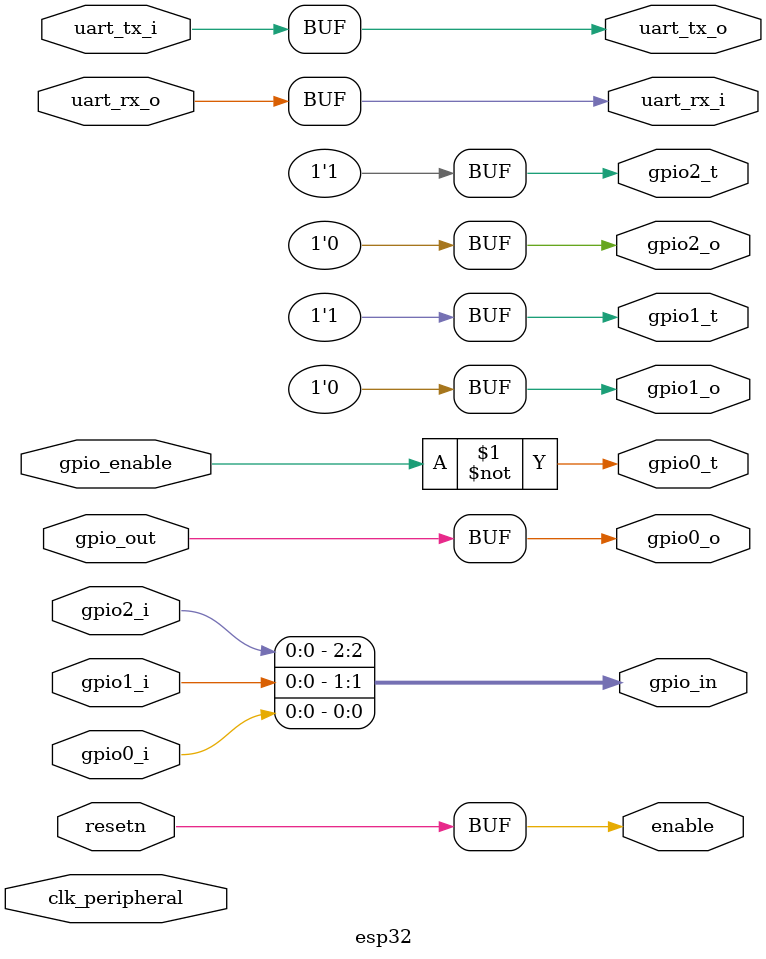
<source format=v>
`timescale 1ns / 1ps

module esp32(
    input 			uart_tx_i,
    output 			uart_rx_i,
    output	[2:0]	gpio_in,
    input 			gpio_out,
    input 			gpio_enable,
    
    output 			uart_tx_o,
    input 			uart_rx_o,
    
    output          enable,
    
(* X_INTERFACE_INFO = "xilinx.com:interface:gpio:1.0 gpio0 TRI_I" *)
    input 			gpio0_i,
(* X_INTERFACE_INFO = "xilinx.com:interface:gpio:1.0 gpio0 TRI_O" *)
    output 			gpio0_o,
(* X_INTERFACE_INFO = "xilinx.com:interface:gpio:1.0 gpio0 TRI_T" *)
    output 			gpio0_t,

(* X_INTERFACE_INFO = "xilinx.com:interface:gpio:1.0 gpio1 TRI_I" *)
    input 			gpio1_i,
(* X_INTERFACE_INFO = "xilinx.com:interface:gpio:1.0 gpio1 TRI_O" *)
    output 			gpio1_o,
(* X_INTERFACE_INFO = "xilinx.com:interface:gpio:1.0 gpio1 TRI_T" *)
    output 			gpio1_t,

(* X_INTERFACE_INFO = "xilinx.com:interface:gpio:1.0 gpio2 TRI_I" *)
    input 			gpio2_i,
(* X_INTERFACE_INFO = "xilinx.com:interface:gpio:1.0 gpio2 TRI_O" *)
    output 			gpio2_o,
(* X_INTERFACE_INFO = "xilinx.com:interface:gpio:1.0 gpio2 TRI_T" *)
    output 			gpio2_t,
    
(* X_INTERFACE_INFO = "xilinx.com:signal:clock:1.0 clk_peripheral CLK" *)
(* X_INTERFACE_PARAMETER = "ASSOCIATED_RESET reset" *)	
    input 		clk_peripheral,
    
(* X_INTERFACE_INFO = "xilinx.com:signal:reset:1.0  resetn  RST" *)
(* X_INTERFACE_PARAMETER = "POLARITY ACTIVE_LOW" *)
    input	resetn    
    
    );
    
    assign enable       = resetn;
    
    assign uart_tx_o 	= uart_tx_i;
    assign uart_rx_i    = uart_rx_o;
    
    assign gpio_in[0]	= gpio0_i;
    assign gpio0_o 		= gpio_out;
    assign gpio0_t		= ~gpio_enable;
    
    assign gpio_in[1] 	= gpio1_i;
    assign gpio1_t 		= 1'b1;
    assign gpio1_o 		= 1'b0;
    
    assign gpio_in[2] 	= gpio2_i;
    assign gpio2_t 		= 1'b1;
    assign gpio2_o 		= 1'b0;
    
    
endmodule

</source>
